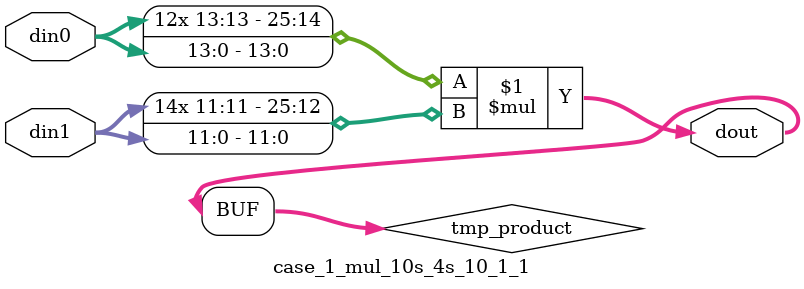
<source format=v>

`timescale 1 ns / 1 ps

 module case_1_mul_10s_4s_10_1_1(din0, din1, dout);
parameter ID = 1;
parameter NUM_STAGE = 0;
parameter din0_WIDTH = 14;
parameter din1_WIDTH = 12;
parameter dout_WIDTH = 26;

input [din0_WIDTH - 1 : 0] din0; 
input [din1_WIDTH - 1 : 0] din1; 
output [dout_WIDTH - 1 : 0] dout;

wire signed [dout_WIDTH - 1 : 0] tmp_product;



























assign tmp_product = $signed(din0) * $signed(din1);








assign dout = tmp_product;





















endmodule

</source>
